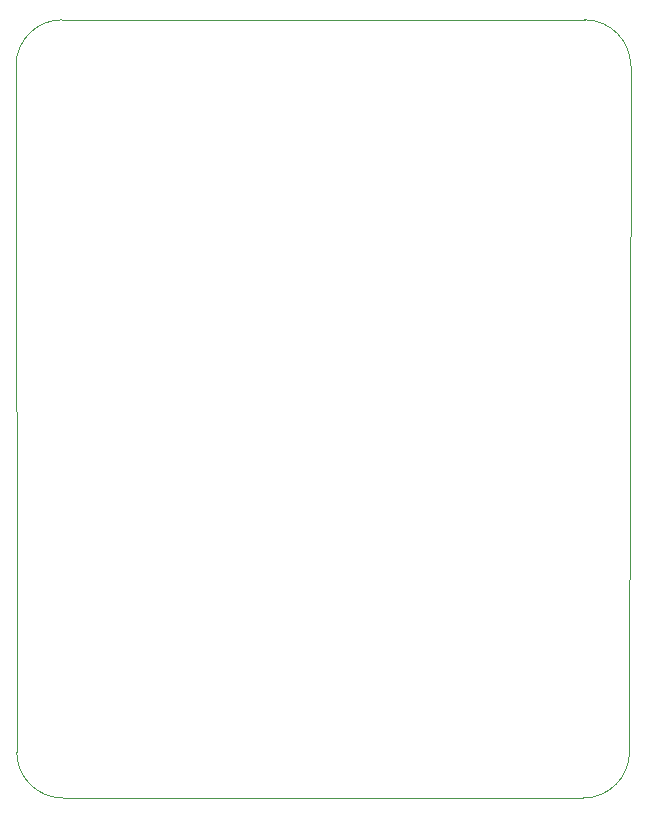
<source format=gbr>
%TF.GenerationSoftware,KiCad,Pcbnew,(6.0.7-1)-1*%
%TF.CreationDate,2023-03-08T09:28:21-05:00*%
%TF.ProjectId,pcb,7063622e-6b69-4636-9164-5f7063625858,rev?*%
%TF.SameCoordinates,Original*%
%TF.FileFunction,Profile,NP*%
%FSLAX46Y46*%
G04 Gerber Fmt 4.6, Leading zero omitted, Abs format (unit mm)*
G04 Created by KiCad (PCBNEW (6.0.7-1)-1) date 2023-03-08 09:28:21*
%MOMM*%
%LPD*%
G01*
G04 APERTURE LIST*
%TA.AperFunction,Profile*%
%ADD10C,0.100000*%
%TD*%
G04 APERTURE END LIST*
D10*
X108900000Y-75057700D02*
G75*
G03*
X105000000Y-78957716I0J-3900000D01*
G01*
X105057716Y-137042284D02*
G75*
G03*
X108957716Y-140942284I3899984J-16D01*
G01*
X157042284Y-78957716D02*
X156942284Y-137042284D01*
X105057716Y-137042284D02*
X105000000Y-78957716D01*
X108900000Y-75057716D02*
X153142284Y-75057716D01*
X157042284Y-78957716D02*
G75*
G03*
X153142284Y-75057716I-3899984J16D01*
G01*
X153042284Y-140942284D02*
X108957716Y-140942284D01*
X153042284Y-140942284D02*
G75*
G03*
X156942284Y-137042284I16J3899984D01*
G01*
M02*

</source>
